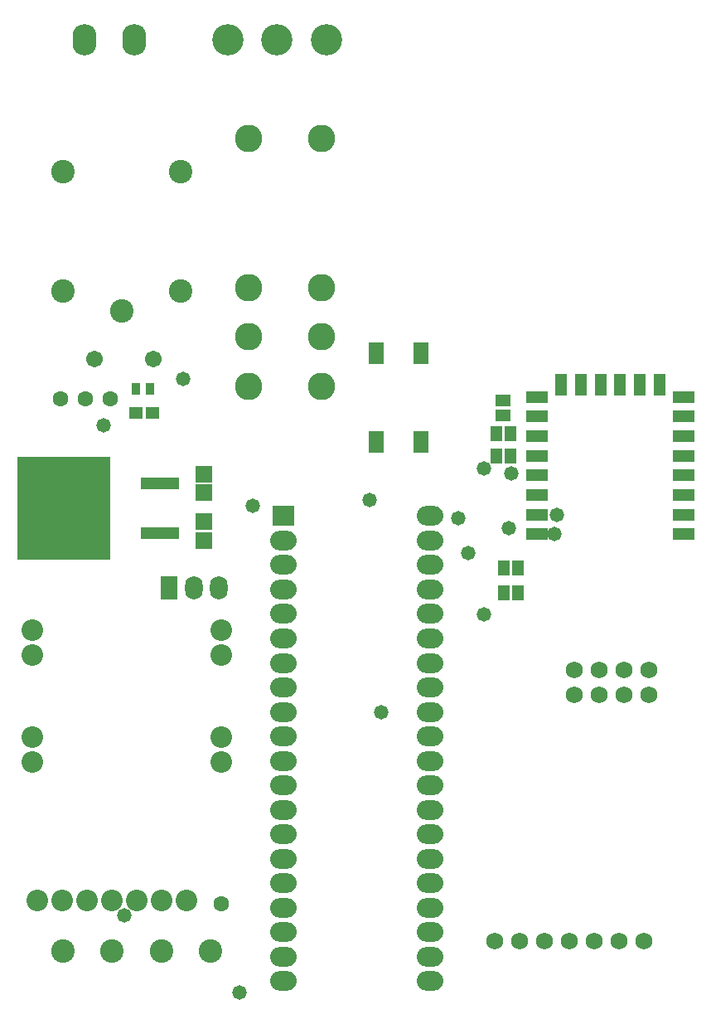
<source format=gts>
G04 Layer_Color=20142*
%FSLAX44Y44*%
%MOMM*%
G71*
G01*
G75*
%ADD46R,1.3532X1.2532*%
%ADD47R,0.9032X1.1532*%
%ADD48R,1.7532X1.7532*%
%ADD49R,1.7532X1.6532*%
%ADD50R,2.2032X1.2032*%
%ADD51R,1.2032X2.2032*%
%ADD52R,1.5532X1.2032*%
%ADD53R,1.2032X1.5532*%
%ADD54R,1.6032X2.3032*%
%ADD55R,9.5032X10.6032*%
%ADD56R,4.0032X1.2032*%
%ADD57O,1.8032X2.4032*%
%ADD58R,1.8032X2.4032*%
%ADD59C,1.7032*%
%ADD60O,2.4532X3.2032*%
%ADD61C,3.2032*%
%ADD62C,2.4032*%
%ADD63C,1.6032*%
%ADD64C,1.7272*%
%ADD65C,1.6002*%
%ADD66R,2.2032X2.0032*%
%ADD67O,2.7032X2.0032*%
%ADD68C,2.2032*%
%ADD69C,2.8032*%
%ADD70C,1.4732*%
D46*
X384180Y871220D02*
D03*
X400680D02*
D03*
D47*
X398160Y895350D02*
D03*
X384160D02*
D03*
D48*
X453390Y808080D02*
D03*
Y789580D02*
D03*
D49*
Y741070D02*
D03*
Y760070D02*
D03*
D50*
X793680Y747320D02*
D03*
Y767320D02*
D03*
Y787320D02*
D03*
Y807320D02*
D03*
Y827320D02*
D03*
Y847320D02*
D03*
Y867320D02*
D03*
Y887320D02*
D03*
X943680D02*
D03*
Y867320D02*
D03*
Y847320D02*
D03*
Y827320D02*
D03*
Y807320D02*
D03*
Y787320D02*
D03*
Y767320D02*
D03*
Y747320D02*
D03*
D51*
X818680Y900320D02*
D03*
X838680D02*
D03*
X858680D02*
D03*
X878680D02*
D03*
X898680D02*
D03*
X918680D02*
D03*
D52*
X759460Y868800D02*
D03*
Y883800D02*
D03*
D53*
X766960Y849630D02*
D03*
X751960D02*
D03*
X766960Y826770D02*
D03*
X751960D02*
D03*
X774580Y687070D02*
D03*
X759580D02*
D03*
X774580Y712470D02*
D03*
X759580D02*
D03*
D54*
X674899Y841444D02*
D03*
Y932444D02*
D03*
X629900Y841444D02*
D03*
Y932444D02*
D03*
D55*
X309940Y773430D02*
D03*
D56*
X408440Y798830D02*
D03*
Y748030D02*
D03*
D57*
X468630Y692150D02*
D03*
X443230D02*
D03*
D58*
X417830D02*
D03*
D59*
X341630Y925830D02*
D03*
X401630D02*
D03*
D60*
X381870Y1252220D02*
D03*
X331870D02*
D03*
D61*
X578320D02*
D03*
X528320D02*
D03*
X478320D02*
D03*
D62*
X369570Y975360D02*
D03*
X309570Y995360D02*
D03*
Y1117360D02*
D03*
X429570D02*
D03*
Y995360D02*
D03*
X309810Y321310D02*
D03*
X359810D02*
D03*
X409810D02*
D03*
X459810D02*
D03*
D63*
X358140Y885190D02*
D03*
X307340D02*
D03*
X332740D02*
D03*
D64*
X831850Y608330D02*
D03*
Y582930D02*
D03*
X857250Y608330D02*
D03*
Y582930D02*
D03*
X882650Y608330D02*
D03*
Y582930D02*
D03*
X908050Y608330D02*
D03*
Y582930D02*
D03*
X750570Y331470D02*
D03*
X775970D02*
D03*
X801370D02*
D03*
X826770D02*
D03*
X852170D02*
D03*
X877570D02*
D03*
X902970D02*
D03*
D65*
X471170Y369570D02*
D03*
D66*
X534670Y765810D02*
D03*
D67*
Y740810D02*
D03*
Y715810D02*
D03*
Y690810D02*
D03*
Y665810D02*
D03*
Y640810D02*
D03*
Y615810D02*
D03*
Y590810D02*
D03*
Y565810D02*
D03*
Y540810D02*
D03*
Y515810D02*
D03*
Y490810D02*
D03*
Y465810D02*
D03*
Y440810D02*
D03*
Y415810D02*
D03*
Y390810D02*
D03*
Y365810D02*
D03*
Y340810D02*
D03*
Y315810D02*
D03*
Y290810D02*
D03*
X684670Y765810D02*
D03*
Y740810D02*
D03*
Y715810D02*
D03*
Y690810D02*
D03*
Y665810D02*
D03*
Y640810D02*
D03*
Y615810D02*
D03*
Y590810D02*
D03*
Y565810D02*
D03*
Y540810D02*
D03*
Y515810D02*
D03*
Y490810D02*
D03*
Y465810D02*
D03*
Y440810D02*
D03*
Y415810D02*
D03*
Y390810D02*
D03*
Y365810D02*
D03*
Y340810D02*
D03*
Y315810D02*
D03*
Y290810D02*
D03*
D68*
X471150Y649060D02*
D03*
Y623660D02*
D03*
X278150D02*
D03*
Y649060D02*
D03*
Y514260D02*
D03*
Y539660D02*
D03*
X471150D02*
D03*
Y514260D02*
D03*
X435310Y372980D02*
D03*
X384510D02*
D03*
X359110D02*
D03*
X409910D02*
D03*
X333710D02*
D03*
X308310D02*
D03*
X282910D02*
D03*
D69*
X499040Y898290D02*
D03*
X574040D02*
D03*
X499040Y999090D02*
D03*
X574040D02*
D03*
X499040Y948690D02*
D03*
X574040D02*
D03*
X499040Y1151690D02*
D03*
X574040D02*
D03*
D70*
X713486Y763778D02*
D03*
X811807Y747320D02*
D03*
X814324Y767320D02*
D03*
X622808Y782320D02*
D03*
X503174Y775970D02*
D03*
X739648Y665480D02*
D03*
X739394Y814578D02*
D03*
X350774Y858266D02*
D03*
X767588Y809548D02*
D03*
X764660Y753110D02*
D03*
X372364Y357632D02*
D03*
X723646Y728110D02*
D03*
X432054Y906018D02*
D03*
X489712Y279400D02*
D03*
X634238Y565404D02*
D03*
M02*

</source>
